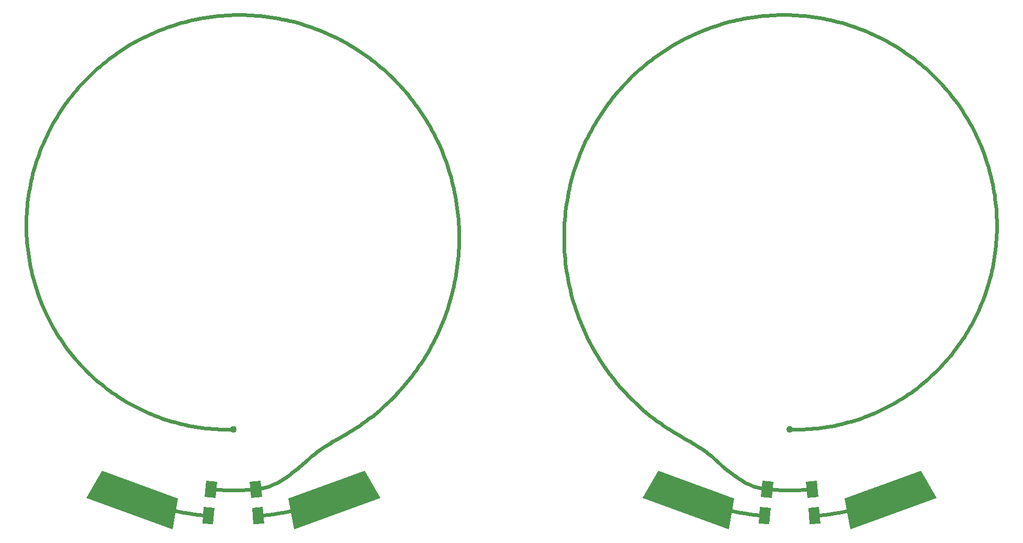
<source format=gtl>
G04 #@! TF.FileFunction,Copper,L1,Top,Signal*
%FSLAX46Y46*%
G04 Gerber Fmt 4.6, Leading zero omitted, Abs format (unit mm)*
G04 Created by KiCad (PCBNEW 4.0.2-1.fc23-product) date Sun 04 Sep 2016 23:35:13 BST*
%MOMM*%
G01*
G04 APERTURE LIST*
%ADD10C,0.150000*%
%ADD11C,1.100000*%
%ADD12C,0.600000*%
G04 APERTURE END LIST*
D10*
G36*
X126231895Y-133689785D02*
X128804920Y-138070372D01*
X114823595Y-143221348D01*
X113939589Y-138218495D01*
X126231895Y-133689785D01*
X126231895Y-133689785D01*
G37*
G36*
X96060411Y-138218495D02*
X95176405Y-143221348D01*
X81195080Y-138070372D01*
X83768105Y-133689785D01*
X96060411Y-138218495D01*
X96060411Y-138218495D01*
G37*
G36*
X110004537Y-142215516D02*
X108261196Y-142368038D01*
X108030233Y-139728122D01*
X109773574Y-139575600D01*
X110004537Y-142215516D01*
X110004537Y-142215516D01*
G37*
G36*
X109629767Y-137931878D02*
X107886426Y-138084400D01*
X107655463Y-135444484D01*
X109398804Y-135291962D01*
X109629767Y-137931878D01*
X109629767Y-137931878D01*
G37*
G36*
X100601196Y-135291962D02*
X102344537Y-135444484D01*
X102113574Y-138084400D01*
X100370233Y-137931878D01*
X100601196Y-135291962D01*
X100601196Y-135291962D01*
G37*
G36*
X100226426Y-139575600D02*
X101969767Y-139728122D01*
X101738804Y-142368038D01*
X99995463Y-142215516D01*
X100226426Y-139575600D01*
X100226426Y-139575600D01*
G37*
G36*
X216231895Y-133689785D02*
X218804920Y-138070372D01*
X204823595Y-143221348D01*
X203939589Y-138218495D01*
X216231895Y-133689785D01*
X216231895Y-133689785D01*
G37*
G36*
X186060411Y-138218495D02*
X185176405Y-143221348D01*
X171195080Y-138070372D01*
X173768105Y-133689785D01*
X186060411Y-138218495D01*
X186060411Y-138218495D01*
G37*
G36*
X200004537Y-142215516D02*
X198261196Y-142368038D01*
X198030233Y-139728122D01*
X199773574Y-139575600D01*
X200004537Y-142215516D01*
X200004537Y-142215516D01*
G37*
G36*
X199629767Y-137931878D02*
X197886426Y-138084400D01*
X197655463Y-135444484D01*
X199398804Y-135291962D01*
X199629767Y-137931878D01*
X199629767Y-137931878D01*
G37*
G36*
X190601196Y-135291962D02*
X192344537Y-135444484D01*
X192113574Y-138084400D01*
X190370233Y-137931878D01*
X190601196Y-135291962D01*
X190601196Y-135291962D01*
G37*
G36*
X190226426Y-139575600D02*
X191969767Y-139728122D01*
X191738804Y-142368038D01*
X189995463Y-142215516D01*
X190226426Y-139575600D01*
X190226426Y-139575600D01*
G37*
D11*
X105000000Y-127000000D03*
X195000000Y-127000000D03*
D12*
X105000000Y-127000000D02*
X104440000Y-127010000D01*
X104440000Y-127010000D02*
X103880000Y-127010000D01*
X103880000Y-127010000D02*
X103320000Y-127010000D01*
X103320000Y-127010000D02*
X102760000Y-126990000D01*
X102760000Y-126990000D02*
X102200000Y-126960000D01*
X102200000Y-126960000D02*
X101640000Y-126920000D01*
X101640000Y-126920000D02*
X101090000Y-126880000D01*
X101090000Y-126880000D02*
X100530000Y-126820000D01*
X100530000Y-126820000D02*
X99970000Y-126750000D01*
X99970000Y-126750000D02*
X99410000Y-126680000D01*
X99410000Y-126680000D02*
X98860000Y-126590000D01*
X98860000Y-126590000D02*
X98310000Y-126500000D01*
X98310000Y-126500000D02*
X97750000Y-126390000D01*
X97750000Y-126390000D02*
X97200000Y-126280000D01*
X97200000Y-126280000D02*
X96650000Y-126150000D01*
X96650000Y-126150000D02*
X96110000Y-126020000D01*
X96110000Y-126020000D02*
X95560000Y-125870000D01*
X95560000Y-125870000D02*
X95020000Y-125720000D01*
X95020000Y-125720000D02*
X94480000Y-125560000D01*
X94480000Y-125560000D02*
X93940000Y-125380000D01*
X93940000Y-125380000D02*
X93410000Y-125200000D01*
X93410000Y-125200000D02*
X92880000Y-125010000D01*
X92880000Y-125010000D02*
X92350000Y-124810000D01*
X92350000Y-124810000D02*
X91820000Y-124600000D01*
X91820000Y-124600000D02*
X91300000Y-124380000D01*
X91300000Y-124380000D02*
X90780000Y-124150000D01*
X90780000Y-124150000D02*
X90270000Y-123910000D01*
X90270000Y-123910000D02*
X89760000Y-123670000D01*
X89760000Y-123670000D02*
X89250000Y-123410000D01*
X89250000Y-123410000D02*
X88750000Y-123150000D01*
X88750000Y-123150000D02*
X88250000Y-122870000D01*
X88250000Y-122870000D02*
X87760000Y-122590000D01*
X87760000Y-122590000D02*
X87270000Y-122300000D01*
X87270000Y-122300000D02*
X86790000Y-122000000D01*
X86790000Y-122000000D02*
X86310000Y-121690000D01*
X86310000Y-121690000D02*
X85840000Y-121370000D01*
X85840000Y-121370000D02*
X85370000Y-121050000D01*
X85370000Y-121050000D02*
X84910000Y-120720000D01*
X84910000Y-120720000D02*
X84450000Y-120370000D01*
X84450000Y-120370000D02*
X84000000Y-120020000D01*
X84000000Y-120020000D02*
X83560000Y-119670000D01*
X83560000Y-119670000D02*
X83120000Y-119300000D01*
X83120000Y-119300000D02*
X82690000Y-118930000D01*
X82690000Y-118930000D02*
X82260000Y-118550000D01*
X82260000Y-118550000D02*
X81840000Y-118160000D01*
X81840000Y-118160000D02*
X81430000Y-117760000D01*
X81430000Y-117760000D02*
X81020000Y-117360000D01*
X81020000Y-117360000D02*
X80620000Y-116950000D01*
X80620000Y-116950000D02*
X80230000Y-116530000D01*
X80230000Y-116530000D02*
X79850000Y-116100000D01*
X79850000Y-116100000D02*
X79470000Y-115670000D01*
X79470000Y-115670000D02*
X79100000Y-115230000D01*
X79100000Y-115230000D02*
X78740000Y-114790000D01*
X78740000Y-114790000D02*
X78380000Y-114340000D01*
X78380000Y-114340000D02*
X78040000Y-113880000D01*
X78040000Y-113880000D02*
X77700000Y-113420000D01*
X77700000Y-113420000D02*
X77370000Y-112950000D01*
X77370000Y-112950000D02*
X77040000Y-112470000D01*
X77040000Y-112470000D02*
X76730000Y-111990000D01*
X76730000Y-111990000D02*
X76420000Y-111500000D01*
X76420000Y-111500000D02*
X76120000Y-111010000D01*
X76120000Y-111010000D02*
X75830000Y-110510000D01*
X75830000Y-110510000D02*
X75550000Y-110000000D01*
X75550000Y-110000000D02*
X75280000Y-109500000D01*
X75280000Y-109500000D02*
X75020000Y-108980000D01*
X75020000Y-108980000D02*
X74760000Y-108460000D01*
X74760000Y-108460000D02*
X74520000Y-107940000D01*
X74520000Y-107940000D02*
X74280000Y-107410000D01*
X74280000Y-107410000D02*
X74050000Y-106880000D01*
X74050000Y-106880000D02*
X73830000Y-106340000D01*
X73830000Y-106340000D02*
X73620000Y-105800000D01*
X73620000Y-105800000D02*
X73420000Y-105260000D01*
X73420000Y-105260000D02*
X73230000Y-104710000D01*
X73230000Y-104710000D02*
X73050000Y-104160000D01*
X73050000Y-104160000D02*
X72880000Y-103610000D01*
X72880000Y-103610000D02*
X72720000Y-103050000D01*
X72720000Y-103050000D02*
X72570000Y-102490000D01*
X72570000Y-102490000D02*
X72430000Y-101920000D01*
X72430000Y-101920000D02*
X72300000Y-101360000D01*
X72300000Y-101360000D02*
X72170000Y-100790000D01*
X72170000Y-100790000D02*
X72060000Y-100220000D01*
X72060000Y-100220000D02*
X71960000Y-99640000D01*
X71960000Y-99640000D02*
X71870000Y-99070000D01*
X71870000Y-99070000D02*
X71780000Y-98490000D01*
X71780000Y-98490000D02*
X71710000Y-97910000D01*
X71710000Y-97910000D02*
X71650000Y-97330000D01*
X71650000Y-97330000D02*
X71600000Y-96750000D01*
X71600000Y-96750000D02*
X71550000Y-96170000D01*
X71550000Y-96170000D02*
X71520000Y-95580000D01*
X71520000Y-95580000D02*
X71500000Y-95000000D01*
X71500000Y-95000000D02*
X71490000Y-94420000D01*
X71490000Y-94420000D02*
X71490000Y-93830000D01*
X71490000Y-93830000D02*
X71500000Y-93240000D01*
X71500000Y-93240000D02*
X71520000Y-92660000D01*
X71520000Y-92660000D02*
X71540000Y-92070000D01*
X71540000Y-92070000D02*
X71580000Y-91490000D01*
X71580000Y-91490000D02*
X71630000Y-90900000D01*
X71630000Y-90900000D02*
X71690000Y-90320000D01*
X71690000Y-90320000D02*
X71760000Y-89740000D01*
X71760000Y-89740000D02*
X71840000Y-89150000D01*
X71840000Y-89150000D02*
X71940000Y-88570000D01*
X71940000Y-88570000D02*
X72040000Y-87990000D01*
X72040000Y-87990000D02*
X72150000Y-87420000D01*
X72150000Y-87420000D02*
X72270000Y-86840000D01*
X72270000Y-86840000D02*
X72400000Y-86260000D01*
X72400000Y-86260000D02*
X72540000Y-85690000D01*
X72540000Y-85690000D02*
X72690000Y-85120000D01*
X72690000Y-85120000D02*
X72850000Y-84560000D01*
X72850000Y-84560000D02*
X73030000Y-83990000D01*
X73030000Y-83990000D02*
X73210000Y-83430000D01*
X73210000Y-83430000D02*
X73400000Y-82870000D01*
X73400000Y-82870000D02*
X73600000Y-82310000D01*
X73600000Y-82310000D02*
X73810000Y-81760000D01*
X73810000Y-81760000D02*
X74030000Y-81210000D01*
X74030000Y-81210000D02*
X74260000Y-80670000D01*
X74260000Y-80670000D02*
X74500000Y-80120000D01*
X74500000Y-80120000D02*
X74750000Y-79590000D01*
X74750000Y-79590000D02*
X75010000Y-79050000D01*
X75010000Y-79050000D02*
X75280000Y-78520000D01*
X75280000Y-78520000D02*
X75560000Y-78000000D01*
X75560000Y-78000000D02*
X75840000Y-77480000D01*
X75840000Y-77480000D02*
X76140000Y-76970000D01*
X76140000Y-76970000D02*
X76440000Y-76460000D01*
X76440000Y-76460000D02*
X76760000Y-75950000D01*
X76760000Y-75950000D02*
X77080000Y-75450000D01*
X77080000Y-75450000D02*
X77410000Y-74960000D01*
X77410000Y-74960000D02*
X77750000Y-74470000D01*
X77750000Y-74470000D02*
X78100000Y-73990000D01*
X78100000Y-73990000D02*
X78460000Y-73510000D01*
X78460000Y-73510000D02*
X78830000Y-73040000D01*
X78830000Y-73040000D02*
X79200000Y-72570000D01*
X79200000Y-72570000D02*
X79580000Y-72120000D01*
X79580000Y-72120000D02*
X79980000Y-71660000D01*
X79980000Y-71660000D02*
X80370000Y-71220000D01*
X80370000Y-71220000D02*
X80780000Y-70780000D01*
X80780000Y-70780000D02*
X81200000Y-70350000D01*
X81200000Y-70350000D02*
X81620000Y-69930000D01*
X81620000Y-69930000D02*
X82050000Y-69510000D01*
X82050000Y-69510000D02*
X82490000Y-69100000D01*
X82490000Y-69100000D02*
X82930000Y-68700000D01*
X82930000Y-68700000D02*
X83380000Y-68310000D01*
X83380000Y-68310000D02*
X83840000Y-67920000D01*
X83840000Y-67920000D02*
X84310000Y-67540000D01*
X84310000Y-67540000D02*
X84780000Y-67170000D01*
X84780000Y-67170000D02*
X85260000Y-66810000D01*
X85260000Y-66810000D02*
X85750000Y-66450000D01*
X85750000Y-66450000D02*
X86240000Y-66110000D01*
X86240000Y-66110000D02*
X86740000Y-65770000D01*
X86740000Y-65770000D02*
X87240000Y-65440000D01*
X87240000Y-65440000D02*
X87750000Y-65120000D01*
X87750000Y-65120000D02*
X88270000Y-64810000D01*
X88270000Y-64810000D02*
X88790000Y-64510000D01*
X88790000Y-64510000D02*
X89310000Y-64220000D01*
X89310000Y-64220000D02*
X89850000Y-63930000D01*
X89850000Y-63930000D02*
X90380000Y-63660000D01*
X90380000Y-63660000D02*
X90930000Y-63390000D01*
X90930000Y-63390000D02*
X91470000Y-63140000D01*
X91470000Y-63140000D02*
X92030000Y-62890000D01*
X92030000Y-62890000D02*
X92580000Y-62650000D01*
X92580000Y-62650000D02*
X93140000Y-62420000D01*
X93140000Y-62420000D02*
X93710000Y-62210000D01*
X93710000Y-62210000D02*
X94280000Y-62000000D01*
X94280000Y-62000000D02*
X94850000Y-61800000D01*
X94850000Y-61800000D02*
X95430000Y-61610000D01*
X95430000Y-61610000D02*
X96010000Y-61430000D01*
X96010000Y-61430000D02*
X96590000Y-61270000D01*
X96590000Y-61270000D02*
X97180000Y-61110000D01*
X97180000Y-61110000D02*
X97760000Y-60960000D01*
X97760000Y-60960000D02*
X98360000Y-60820000D01*
X98360000Y-60820000D02*
X98950000Y-60700000D01*
X98950000Y-60700000D02*
X99550000Y-60580000D01*
X99550000Y-60580000D02*
X100150000Y-60470000D01*
X100150000Y-60470000D02*
X100750000Y-60380000D01*
X100750000Y-60380000D02*
X101350000Y-60290000D01*
X101350000Y-60290000D02*
X101960000Y-60220000D01*
X101960000Y-60220000D02*
X102560000Y-60150000D01*
X102560000Y-60150000D02*
X103170000Y-60100000D01*
X103170000Y-60100000D02*
X103780000Y-60050000D01*
X103780000Y-60050000D02*
X104390000Y-60020000D01*
X104390000Y-60020000D02*
X105000000Y-60000000D01*
X105000000Y-60000000D02*
X105610000Y-59990000D01*
X105610000Y-59990000D02*
X106220000Y-59990000D01*
X106220000Y-59990000D02*
X106830000Y-60000000D01*
X106830000Y-60000000D02*
X107450000Y-60020000D01*
X107450000Y-60020000D02*
X108060000Y-60050000D01*
X108060000Y-60050000D02*
X108670000Y-60090000D01*
X108670000Y-60090000D02*
X109280000Y-60150000D01*
X109280000Y-60150000D02*
X109890000Y-60210000D01*
X109890000Y-60210000D02*
X110500000Y-60280000D01*
X110500000Y-60280000D02*
X111110000Y-60370000D01*
X111110000Y-60370000D02*
X111710000Y-60460000D01*
X111710000Y-60460000D02*
X112320000Y-60570000D01*
X112320000Y-60570000D02*
X112920000Y-60690000D01*
X112920000Y-60690000D02*
X113520000Y-60810000D01*
X113520000Y-60810000D02*
X114120000Y-60950000D01*
X114120000Y-60950000D02*
X114720000Y-61100000D01*
X114720000Y-61100000D02*
X115320000Y-61260000D01*
X115320000Y-61260000D02*
X115910000Y-61430000D01*
X115910000Y-61430000D02*
X116500000Y-61610000D01*
X116500000Y-61610000D02*
X117080000Y-61800000D01*
X117080000Y-61800000D02*
X117670000Y-62000000D01*
X117670000Y-62000000D02*
X118250000Y-62210000D01*
X118250000Y-62210000D02*
X118830000Y-62430000D01*
X118830000Y-62430000D02*
X119400000Y-62660000D01*
X119400000Y-62660000D02*
X119970000Y-62900000D01*
X119970000Y-62900000D02*
X120530000Y-63150000D01*
X120530000Y-63150000D02*
X121090000Y-63410000D01*
X121090000Y-63410000D02*
X121650000Y-63680000D01*
X121650000Y-63680000D02*
X122200000Y-63970000D01*
X122200000Y-63970000D02*
X122750000Y-64260000D01*
X122750000Y-64260000D02*
X123290000Y-64560000D01*
X123290000Y-64560000D02*
X123830000Y-64870000D01*
X123830000Y-64870000D02*
X124360000Y-65190000D01*
X124360000Y-65190000D02*
X124890000Y-65510000D01*
X124890000Y-65510000D02*
X125410000Y-65850000D01*
X125410000Y-65850000D02*
X125930000Y-66200000D01*
X125930000Y-66200000D02*
X126430000Y-66560000D01*
X126430000Y-66560000D02*
X126940000Y-66920000D01*
X126940000Y-66920000D02*
X127440000Y-67290000D01*
X127440000Y-67290000D02*
X127930000Y-67680000D01*
X127930000Y-67680000D02*
X128410000Y-68070000D01*
X128410000Y-68070000D02*
X128890000Y-68470000D01*
X128890000Y-68470000D02*
X129360000Y-68880000D01*
X129360000Y-68880000D02*
X129820000Y-69300000D01*
X129820000Y-69300000D02*
X130280000Y-69720000D01*
X130280000Y-69720000D02*
X130730000Y-70150000D01*
X130730000Y-70150000D02*
X131170000Y-70600000D01*
X131170000Y-70600000D02*
X131600000Y-71050000D01*
X131600000Y-71050000D02*
X132030000Y-71500000D01*
X132030000Y-71500000D02*
X132450000Y-71970000D01*
X132450000Y-71970000D02*
X132860000Y-72440000D01*
X132860000Y-72440000D02*
X133260000Y-72920000D01*
X133260000Y-72920000D02*
X133660000Y-73400000D01*
X133660000Y-73400000D02*
X134040000Y-73900000D01*
X134040000Y-73900000D02*
X134420000Y-74400000D01*
X134420000Y-74400000D02*
X134790000Y-74910000D01*
X134790000Y-74910000D02*
X135150000Y-75420000D01*
X135150000Y-75420000D02*
X135500000Y-75940000D01*
X135500000Y-75940000D02*
X135840000Y-76470000D01*
X135840000Y-76470000D02*
X136180000Y-77000000D01*
X136180000Y-77000000D02*
X136500000Y-77540000D01*
X136500000Y-77540000D02*
X136820000Y-78080000D01*
X136820000Y-78080000D02*
X137120000Y-78630000D01*
X137120000Y-78630000D02*
X137420000Y-79190000D01*
X137420000Y-79190000D02*
X137700000Y-79750000D01*
X137700000Y-79750000D02*
X137980000Y-80320000D01*
X137980000Y-80320000D02*
X138250000Y-80890000D01*
X138250000Y-80890000D02*
X138500000Y-81460000D01*
X138500000Y-81460000D02*
X138750000Y-82040000D01*
X138750000Y-82040000D02*
X138990000Y-82630000D01*
X138990000Y-82630000D02*
X139210000Y-83220000D01*
X139210000Y-83220000D02*
X139430000Y-83810000D01*
X139430000Y-83810000D02*
X139630000Y-84410000D01*
X139630000Y-84410000D02*
X139830000Y-85010000D01*
X139830000Y-85010000D02*
X140010000Y-85620000D01*
X140010000Y-85620000D02*
X140190000Y-86230000D01*
X140190000Y-86230000D02*
X140350000Y-86840000D01*
X140350000Y-86840000D02*
X140510000Y-87450000D01*
X140510000Y-87450000D02*
X140650000Y-88070000D01*
X140650000Y-88070000D02*
X140780000Y-88690000D01*
X140780000Y-88690000D02*
X140900000Y-89310000D01*
X140900000Y-89310000D02*
X141010000Y-89940000D01*
X141010000Y-89940000D02*
X141110000Y-90570000D01*
X141110000Y-90570000D02*
X141200000Y-91200000D01*
X141200000Y-91200000D02*
X141280000Y-91830000D01*
X141280000Y-91830000D02*
X141340000Y-92460000D01*
X141340000Y-92460000D02*
X141400000Y-93090000D01*
X141400000Y-93090000D02*
X141440000Y-93730000D01*
X141440000Y-93730000D02*
X141480000Y-94360000D01*
X141480000Y-94360000D02*
X141500000Y-95000000D01*
X141500000Y-95000000D02*
X141510000Y-95640000D01*
X141510000Y-95640000D02*
X141510000Y-96270000D01*
X141510000Y-96270000D02*
X141500000Y-96910000D01*
X141500000Y-96910000D02*
X141480000Y-97550000D01*
X141480000Y-97550000D02*
X141440000Y-98190000D01*
X141440000Y-98190000D02*
X141400000Y-98830000D01*
X141400000Y-98830000D02*
X141340000Y-99460000D01*
X141340000Y-99460000D02*
X141280000Y-100100000D01*
X141280000Y-100100000D02*
X141200000Y-100730000D01*
X141200000Y-100730000D02*
X141110000Y-101370000D01*
X141110000Y-101370000D02*
X141010000Y-102000000D01*
X141010000Y-102000000D02*
X140900000Y-102630000D01*
X140900000Y-102630000D02*
X140780000Y-103260000D01*
X140780000Y-103260000D02*
X140640000Y-103890000D01*
X140640000Y-103890000D02*
X140500000Y-104510000D01*
X140500000Y-104510000D02*
X140340000Y-105130000D01*
X140340000Y-105130000D02*
X140180000Y-105750000D01*
X140180000Y-105750000D02*
X140000000Y-106370000D01*
X140000000Y-106370000D02*
X139810000Y-106990000D01*
X139810000Y-106990000D02*
X139610000Y-107600000D01*
X139610000Y-107600000D02*
X139400000Y-108210000D01*
X139400000Y-108210000D02*
X139180000Y-108810000D01*
X139180000Y-108810000D02*
X138950000Y-109410000D01*
X138950000Y-109410000D02*
X138710000Y-110010000D01*
X138710000Y-110010000D02*
X138460000Y-110600000D01*
X138460000Y-110600000D02*
X138200000Y-111190000D01*
X138200000Y-111190000D02*
X137920000Y-111770000D01*
X137920000Y-111770000D02*
X137640000Y-112350000D01*
X137640000Y-112350000D02*
X137350000Y-112930000D01*
X137350000Y-112930000D02*
X137040000Y-113500000D01*
X137040000Y-113500000D02*
X136730000Y-114060000D01*
X136730000Y-114060000D02*
X136410000Y-114620000D01*
X136410000Y-114620000D02*
X136070000Y-115180000D01*
X136070000Y-115180000D02*
X135730000Y-115730000D01*
X135730000Y-115730000D02*
X135380000Y-116270000D01*
X135380000Y-116270000D02*
X135010000Y-116810000D01*
X135010000Y-116810000D02*
X134640000Y-117340000D01*
X134640000Y-117340000D02*
X134260000Y-117860000D01*
X134260000Y-117860000D02*
X133870000Y-118380000D01*
X133870000Y-118380000D02*
X133470000Y-118890000D01*
X133470000Y-118890000D02*
X133060000Y-119390000D01*
X133060000Y-119390000D02*
X132640000Y-119890000D01*
X132640000Y-119890000D02*
X132220000Y-120380000D01*
X132220000Y-120380000D02*
X131780000Y-120860000D01*
X131780000Y-120860000D02*
X131340000Y-121340000D01*
X131340000Y-121340000D02*
X130890000Y-121810000D01*
X130890000Y-121810000D02*
X130430000Y-122270000D01*
X130430000Y-122270000D02*
X129960000Y-122720000D01*
X129960000Y-122720000D02*
X129480000Y-123160000D01*
X129480000Y-123160000D02*
X129000000Y-123600000D01*
X129000000Y-123600000D02*
X128510000Y-124030000D01*
X128510000Y-124030000D02*
X128010000Y-124450000D01*
X128010000Y-124450000D02*
X127500000Y-124860000D01*
X127500000Y-124860000D02*
X126980000Y-125260000D01*
X126980000Y-125260000D02*
X126460000Y-125650000D01*
X126460000Y-125650000D02*
X125930000Y-126030000D01*
X125930000Y-126030000D02*
X125400000Y-126410000D01*
X125400000Y-126410000D02*
X124850000Y-126770000D01*
X124850000Y-126770000D02*
X124310000Y-127130000D01*
X124310000Y-127130000D02*
X123750000Y-127480000D01*
X123750000Y-127480000D02*
X123190000Y-127810000D01*
X123190000Y-127810000D02*
X122620000Y-128140000D01*
X122620000Y-128140000D02*
X122050000Y-128460000D01*
X122050000Y-128460000D02*
X121470000Y-128760000D01*
X121470000Y-128760000D02*
X120880000Y-129060000D01*
X120930000Y-129160000D02*
X120340000Y-129450000D01*
X120340000Y-129450000D02*
X119770000Y-129790000D01*
X119770000Y-129790000D02*
X119200000Y-130150000D01*
X119200000Y-130150000D02*
X118650000Y-130560000D01*
X118650000Y-130560000D02*
X118100000Y-130990000D01*
X118100000Y-130990000D02*
X117550000Y-131450000D01*
X117550000Y-131450000D02*
X117000000Y-131920000D01*
X117000000Y-131920000D02*
X116440000Y-132420000D01*
X116440000Y-132420000D02*
X115870000Y-132920000D01*
X115870000Y-132920000D02*
X115290000Y-133410000D01*
X115290000Y-133410000D02*
X114700000Y-133900000D01*
X114700000Y-133900000D02*
X114090000Y-134380000D01*
X114090000Y-134380000D02*
X113460000Y-134820000D01*
X113460000Y-134820000D02*
X112820000Y-135240000D01*
X112820000Y-135240000D02*
X112160000Y-135610000D01*
X112160000Y-135610000D02*
X111480000Y-135940000D01*
X111480000Y-135940000D02*
X110790000Y-136220000D01*
X110790000Y-136220000D02*
X110090000Y-136440000D01*
X110090000Y-136440000D02*
X109370000Y-136600000D01*
X109370000Y-136600000D02*
X108650000Y-136690000D01*
X108650000Y-136690000D02*
X107920000Y-136750000D01*
X107920000Y-136750000D02*
X107190000Y-136790000D01*
X107190000Y-136790000D02*
X106460000Y-136820000D01*
X106460000Y-136820000D02*
X105730000Y-136840000D01*
X105730000Y-136840000D02*
X105000000Y-136850000D01*
X105000000Y-136850000D02*
X104270000Y-136840000D01*
X104270000Y-136840000D02*
X103540000Y-136820000D01*
X103540000Y-136820000D02*
X102810000Y-136790000D01*
X100980000Y-140970000D02*
X100180000Y-140900000D01*
X100180000Y-140900000D02*
X99380000Y-140810000D01*
X99380000Y-140810000D02*
X98580000Y-140700000D01*
X98580000Y-140700000D02*
X97780000Y-140580000D01*
X97780000Y-140580000D02*
X96990000Y-140450000D01*
X96990000Y-140450000D02*
X96190000Y-140300000D01*
X195000000Y-127000000D02*
X195560000Y-127010000D01*
X195560000Y-127010000D02*
X196120000Y-127010000D01*
X196120000Y-127010000D02*
X196680000Y-127010000D01*
X196680000Y-127010000D02*
X197240000Y-126990000D01*
X197240000Y-126990000D02*
X197800000Y-126960000D01*
X197800000Y-126960000D02*
X198360000Y-126920000D01*
X198360000Y-126920000D02*
X198910000Y-126880000D01*
X198910000Y-126880000D02*
X199470000Y-126820000D01*
X199470000Y-126820000D02*
X200030000Y-126750000D01*
X200030000Y-126750000D02*
X200590000Y-126680000D01*
X200590000Y-126680000D02*
X201140000Y-126590000D01*
X201140000Y-126590000D02*
X201690000Y-126500000D01*
X201690000Y-126500000D02*
X202250000Y-126390000D01*
X202250000Y-126390000D02*
X202800000Y-126280000D01*
X202800000Y-126280000D02*
X203350000Y-126150000D01*
X203350000Y-126150000D02*
X203890000Y-126020000D01*
X203890000Y-126020000D02*
X204440000Y-125870000D01*
X204440000Y-125870000D02*
X204980000Y-125720000D01*
X204980000Y-125720000D02*
X205520000Y-125560000D01*
X205520000Y-125560000D02*
X206060000Y-125380000D01*
X206060000Y-125380000D02*
X206590000Y-125200000D01*
X206590000Y-125200000D02*
X207120000Y-125010000D01*
X207120000Y-125010000D02*
X207650000Y-124810000D01*
X207650000Y-124810000D02*
X208180000Y-124600000D01*
X208180000Y-124600000D02*
X208700000Y-124380000D01*
X208700000Y-124380000D02*
X209220000Y-124150000D01*
X209220000Y-124150000D02*
X209730000Y-123910000D01*
X209730000Y-123910000D02*
X210240000Y-123670000D01*
X210240000Y-123670000D02*
X210750000Y-123410000D01*
X210750000Y-123410000D02*
X211250000Y-123150000D01*
X211250000Y-123150000D02*
X211750000Y-122870000D01*
X211750000Y-122870000D02*
X212240000Y-122590000D01*
X212240000Y-122590000D02*
X212730000Y-122300000D01*
X212730000Y-122300000D02*
X213210000Y-122000000D01*
X213210000Y-122000000D02*
X213690000Y-121690000D01*
X213690000Y-121690000D02*
X214160000Y-121370000D01*
X214160000Y-121370000D02*
X214630000Y-121050000D01*
X214630000Y-121050000D02*
X215090000Y-120720000D01*
X215090000Y-120720000D02*
X215550000Y-120370000D01*
X215550000Y-120370000D02*
X216000000Y-120020000D01*
X216000000Y-120020000D02*
X216440000Y-119670000D01*
X216440000Y-119670000D02*
X216880000Y-119300000D01*
X216880000Y-119300000D02*
X217310000Y-118930000D01*
X217310000Y-118930000D02*
X217740000Y-118550000D01*
X217740000Y-118550000D02*
X218160000Y-118160000D01*
X218160000Y-118160000D02*
X218570000Y-117760000D01*
X218570000Y-117760000D02*
X218980000Y-117360000D01*
X218980000Y-117360000D02*
X219380000Y-116950000D01*
X219380000Y-116950000D02*
X219770000Y-116530000D01*
X219770000Y-116530000D02*
X220150000Y-116100000D01*
X220150000Y-116100000D02*
X220530000Y-115670000D01*
X220530000Y-115670000D02*
X220900000Y-115230000D01*
X220900000Y-115230000D02*
X221260000Y-114790000D01*
X221260000Y-114790000D02*
X221620000Y-114340000D01*
X221620000Y-114340000D02*
X221960000Y-113880000D01*
X221960000Y-113880000D02*
X222300000Y-113420000D01*
X222300000Y-113420000D02*
X222630000Y-112950000D01*
X222630000Y-112950000D02*
X222960000Y-112470000D01*
X222960000Y-112470000D02*
X223270000Y-111990000D01*
X223270000Y-111990000D02*
X223580000Y-111500000D01*
X223580000Y-111500000D02*
X223880000Y-111010000D01*
X223880000Y-111010000D02*
X224170000Y-110510000D01*
X224170000Y-110510000D02*
X224450000Y-110000000D01*
X224450000Y-110000000D02*
X224720000Y-109500000D01*
X224720000Y-109500000D02*
X224980000Y-108980000D01*
X224980000Y-108980000D02*
X225240000Y-108460000D01*
X225240000Y-108460000D02*
X225480000Y-107940000D01*
X225480000Y-107940000D02*
X225720000Y-107410000D01*
X225720000Y-107410000D02*
X225950000Y-106880000D01*
X225950000Y-106880000D02*
X226170000Y-106340000D01*
X226170000Y-106340000D02*
X226380000Y-105800000D01*
X226380000Y-105800000D02*
X226580000Y-105260000D01*
X226580000Y-105260000D02*
X226770000Y-104710000D01*
X226770000Y-104710000D02*
X226950000Y-104160000D01*
X226950000Y-104160000D02*
X227120000Y-103610000D01*
X227120000Y-103610000D02*
X227280000Y-103050000D01*
X227280000Y-103050000D02*
X227430000Y-102490000D01*
X227430000Y-102490000D02*
X227570000Y-101920000D01*
X227570000Y-101920000D02*
X227700000Y-101360000D01*
X227700000Y-101360000D02*
X227830000Y-100790000D01*
X227830000Y-100790000D02*
X227940000Y-100220000D01*
X227940000Y-100220000D02*
X228040000Y-99640000D01*
X228040000Y-99640000D02*
X228130000Y-99070000D01*
X228130000Y-99070000D02*
X228220000Y-98490000D01*
X228220000Y-98490000D02*
X228290000Y-97910000D01*
X228290000Y-97910000D02*
X228350000Y-97330000D01*
X228350000Y-97330000D02*
X228400000Y-96750000D01*
X228400000Y-96750000D02*
X228450000Y-96170000D01*
X228450000Y-96170000D02*
X228480000Y-95580000D01*
X228480000Y-95580000D02*
X228500000Y-95000000D01*
X228500000Y-95000000D02*
X228510000Y-94420000D01*
X228510000Y-94420000D02*
X228510000Y-93830000D01*
X228510000Y-93830000D02*
X228500000Y-93240000D01*
X228500000Y-93240000D02*
X228480000Y-92660000D01*
X228480000Y-92660000D02*
X228460000Y-92070000D01*
X228460000Y-92070000D02*
X228420000Y-91490000D01*
X228420000Y-91490000D02*
X228370000Y-90900000D01*
X228370000Y-90900000D02*
X228310000Y-90320000D01*
X228310000Y-90320000D02*
X228240000Y-89740000D01*
X228240000Y-89740000D02*
X228160000Y-89150000D01*
X228160000Y-89150000D02*
X228060000Y-88570000D01*
X228060000Y-88570000D02*
X227960000Y-87990000D01*
X227960000Y-87990000D02*
X227850000Y-87420000D01*
X227850000Y-87420000D02*
X227730000Y-86840000D01*
X227730000Y-86840000D02*
X227600000Y-86260000D01*
X227600000Y-86260000D02*
X227460000Y-85690000D01*
X227460000Y-85690000D02*
X227310000Y-85120000D01*
X227310000Y-85120000D02*
X227150000Y-84560000D01*
X227150000Y-84560000D02*
X226970000Y-83990000D01*
X226970000Y-83990000D02*
X226790000Y-83430000D01*
X226790000Y-83430000D02*
X226600000Y-82870000D01*
X226600000Y-82870000D02*
X226400000Y-82310000D01*
X226400000Y-82310000D02*
X226190000Y-81760000D01*
X226190000Y-81760000D02*
X225970000Y-81210000D01*
X225970000Y-81210000D02*
X225740000Y-80670000D01*
X225740000Y-80670000D02*
X225500000Y-80120000D01*
X225500000Y-80120000D02*
X225250000Y-79590000D01*
X225250000Y-79590000D02*
X224990000Y-79050000D01*
X224990000Y-79050000D02*
X224720000Y-78520000D01*
X224720000Y-78520000D02*
X224440000Y-78000000D01*
X224440000Y-78000000D02*
X224160000Y-77480000D01*
X224160000Y-77480000D02*
X223860000Y-76970000D01*
X223860000Y-76970000D02*
X223560000Y-76460000D01*
X223560000Y-76460000D02*
X223240000Y-75950000D01*
X223240000Y-75950000D02*
X222920000Y-75450000D01*
X222920000Y-75450000D02*
X222590000Y-74960000D01*
X222590000Y-74960000D02*
X222250000Y-74470000D01*
X222250000Y-74470000D02*
X221900000Y-73990000D01*
X221900000Y-73990000D02*
X221540000Y-73510000D01*
X221540000Y-73510000D02*
X221170000Y-73040000D01*
X221170000Y-73040000D02*
X220800000Y-72570000D01*
X220800000Y-72570000D02*
X220420000Y-72120000D01*
X220420000Y-72120000D02*
X220020000Y-71660000D01*
X220020000Y-71660000D02*
X219630000Y-71220000D01*
X219630000Y-71220000D02*
X219220000Y-70780000D01*
X219220000Y-70780000D02*
X218800000Y-70350000D01*
X218800000Y-70350000D02*
X218380000Y-69930000D01*
X218380000Y-69930000D02*
X217950000Y-69510000D01*
X217950000Y-69510000D02*
X217510000Y-69100000D01*
X217510000Y-69100000D02*
X217070000Y-68700000D01*
X217070000Y-68700000D02*
X216620000Y-68310000D01*
X216620000Y-68310000D02*
X216160000Y-67920000D01*
X216160000Y-67920000D02*
X215690000Y-67540000D01*
X215690000Y-67540000D02*
X215220000Y-67170000D01*
X215220000Y-67170000D02*
X214740000Y-66810000D01*
X214740000Y-66810000D02*
X214250000Y-66450000D01*
X214250000Y-66450000D02*
X213760000Y-66110000D01*
X213760000Y-66110000D02*
X213260000Y-65770000D01*
X213260000Y-65770000D02*
X212760000Y-65440000D01*
X212760000Y-65440000D02*
X212250000Y-65120000D01*
X212250000Y-65120000D02*
X211730000Y-64810000D01*
X211730000Y-64810000D02*
X211210000Y-64510000D01*
X211210000Y-64510000D02*
X210690000Y-64220000D01*
X210690000Y-64220000D02*
X210150000Y-63930000D01*
X210150000Y-63930000D02*
X209620000Y-63660000D01*
X209620000Y-63660000D02*
X209070000Y-63390000D01*
X209070000Y-63390000D02*
X208530000Y-63140000D01*
X208530000Y-63140000D02*
X207970000Y-62890000D01*
X207970000Y-62890000D02*
X207420000Y-62650000D01*
X207420000Y-62650000D02*
X206860000Y-62420000D01*
X206860000Y-62420000D02*
X206290000Y-62210000D01*
X206290000Y-62210000D02*
X205720000Y-62000000D01*
X205720000Y-62000000D02*
X205150000Y-61800000D01*
X205150000Y-61800000D02*
X204570000Y-61610000D01*
X204570000Y-61610000D02*
X203990000Y-61430000D01*
X203990000Y-61430000D02*
X203410000Y-61270000D01*
X203410000Y-61270000D02*
X202820000Y-61110000D01*
X202820000Y-61110000D02*
X202240000Y-60960000D01*
X202240000Y-60960000D02*
X201640000Y-60820000D01*
X201640000Y-60820000D02*
X201050000Y-60700000D01*
X201050000Y-60700000D02*
X200450000Y-60580000D01*
X200450000Y-60580000D02*
X199850000Y-60470000D01*
X199850000Y-60470000D02*
X199250000Y-60380000D01*
X199250000Y-60380000D02*
X198650000Y-60290000D01*
X198650000Y-60290000D02*
X198040000Y-60220000D01*
X198040000Y-60220000D02*
X197440000Y-60150000D01*
X197440000Y-60150000D02*
X196830000Y-60100000D01*
X196830000Y-60100000D02*
X196220000Y-60050000D01*
X196220000Y-60050000D02*
X195610000Y-60020000D01*
X195610000Y-60020000D02*
X195000000Y-60000000D01*
X195000000Y-60000000D02*
X194390000Y-59990000D01*
X194390000Y-59990000D02*
X193780000Y-59990000D01*
X193780000Y-59990000D02*
X193170000Y-60000000D01*
X193170000Y-60000000D02*
X192550000Y-60020000D01*
X192550000Y-60020000D02*
X191940000Y-60050000D01*
X191940000Y-60050000D02*
X191330000Y-60090000D01*
X191330000Y-60090000D02*
X190720000Y-60150000D01*
X190720000Y-60150000D02*
X190110000Y-60210000D01*
X190110000Y-60210000D02*
X189500000Y-60280000D01*
X189500000Y-60280000D02*
X188890000Y-60370000D01*
X188890000Y-60370000D02*
X188290000Y-60460000D01*
X188290000Y-60460000D02*
X187680000Y-60570000D01*
X187680000Y-60570000D02*
X187080000Y-60690000D01*
X187080000Y-60690000D02*
X186480000Y-60810000D01*
X186480000Y-60810000D02*
X185880000Y-60950000D01*
X185880000Y-60950000D02*
X185280000Y-61100000D01*
X185280000Y-61100000D02*
X184680000Y-61260000D01*
X184680000Y-61260000D02*
X184090000Y-61430000D01*
X184090000Y-61430000D02*
X183500000Y-61610000D01*
X183500000Y-61610000D02*
X182920000Y-61800000D01*
X182920000Y-61800000D02*
X182330000Y-62000000D01*
X182330000Y-62000000D02*
X181750000Y-62210000D01*
X181750000Y-62210000D02*
X181170000Y-62430000D01*
X181170000Y-62430000D02*
X180600000Y-62660000D01*
X180600000Y-62660000D02*
X180030000Y-62900000D01*
X180030000Y-62900000D02*
X179470000Y-63150000D01*
X179470000Y-63150000D02*
X178910000Y-63410000D01*
X178910000Y-63410000D02*
X178350000Y-63680000D01*
X178350000Y-63680000D02*
X177800000Y-63970000D01*
X177800000Y-63970000D02*
X177250000Y-64260000D01*
X177250000Y-64260000D02*
X176710000Y-64560000D01*
X176710000Y-64560000D02*
X176170000Y-64870000D01*
X176170000Y-64870000D02*
X175640000Y-65190000D01*
X175640000Y-65190000D02*
X175110000Y-65510000D01*
X175110000Y-65510000D02*
X174590000Y-65850000D01*
X174590000Y-65850000D02*
X174070000Y-66200000D01*
X174070000Y-66200000D02*
X173570000Y-66560000D01*
X173570000Y-66560000D02*
X173060000Y-66920000D01*
X173060000Y-66920000D02*
X172560000Y-67290000D01*
X172560000Y-67290000D02*
X172070000Y-67680000D01*
X172070000Y-67680000D02*
X171590000Y-68070000D01*
X171590000Y-68070000D02*
X171110000Y-68470000D01*
X171110000Y-68470000D02*
X170640000Y-68880000D01*
X170640000Y-68880000D02*
X170180000Y-69300000D01*
X170180000Y-69300000D02*
X169720000Y-69720000D01*
X169720000Y-69720000D02*
X169270000Y-70150000D01*
X169270000Y-70150000D02*
X168830000Y-70600000D01*
X168830000Y-70600000D02*
X168400000Y-71050000D01*
X168400000Y-71050000D02*
X167970000Y-71500000D01*
X167970000Y-71500000D02*
X167550000Y-71970000D01*
X167550000Y-71970000D02*
X167140000Y-72440000D01*
X167140000Y-72440000D02*
X166740000Y-72920000D01*
X166740000Y-72920000D02*
X166340000Y-73400000D01*
X166340000Y-73400000D02*
X165960000Y-73900000D01*
X165960000Y-73900000D02*
X165580000Y-74400000D01*
X165580000Y-74400000D02*
X165210000Y-74910000D01*
X165210000Y-74910000D02*
X164850000Y-75420000D01*
X164850000Y-75420000D02*
X164500000Y-75940000D01*
X164500000Y-75940000D02*
X164160000Y-76470000D01*
X164160000Y-76470000D02*
X163820000Y-77000000D01*
X163820000Y-77000000D02*
X163500000Y-77540000D01*
X163500000Y-77540000D02*
X163180000Y-78080000D01*
X163180000Y-78080000D02*
X162880000Y-78630000D01*
X162880000Y-78630000D02*
X162580000Y-79190000D01*
X162580000Y-79190000D02*
X162300000Y-79750000D01*
X162300000Y-79750000D02*
X162020000Y-80320000D01*
X162020000Y-80320000D02*
X161750000Y-80890000D01*
X161750000Y-80890000D02*
X161500000Y-81460000D01*
X161500000Y-81460000D02*
X161250000Y-82040000D01*
X161250000Y-82040000D02*
X161010000Y-82630000D01*
X161010000Y-82630000D02*
X160790000Y-83220000D01*
X160790000Y-83220000D02*
X160570000Y-83810000D01*
X160570000Y-83810000D02*
X160370000Y-84410000D01*
X160370000Y-84410000D02*
X160170000Y-85010000D01*
X160170000Y-85010000D02*
X159990000Y-85620000D01*
X159990000Y-85620000D02*
X159810000Y-86230000D01*
X159810000Y-86230000D02*
X159650000Y-86840000D01*
X159650000Y-86840000D02*
X159490000Y-87450000D01*
X159490000Y-87450000D02*
X159350000Y-88070000D01*
X159350000Y-88070000D02*
X159220000Y-88690000D01*
X159220000Y-88690000D02*
X159100000Y-89310000D01*
X159100000Y-89310000D02*
X158990000Y-89940000D01*
X158990000Y-89940000D02*
X158890000Y-90570000D01*
X158890000Y-90570000D02*
X158800000Y-91200000D01*
X158800000Y-91200000D02*
X158720000Y-91830000D01*
X158720000Y-91830000D02*
X158660000Y-92460000D01*
X158660000Y-92460000D02*
X158600000Y-93090000D01*
X158600000Y-93090000D02*
X158560000Y-93730000D01*
X158560000Y-93730000D02*
X158520000Y-94360000D01*
X158520000Y-94360000D02*
X158500000Y-95000000D01*
X158500000Y-95000000D02*
X158490000Y-95640000D01*
X158490000Y-95640000D02*
X158490000Y-96270000D01*
X158490000Y-96270000D02*
X158500000Y-96910000D01*
X158500000Y-96910000D02*
X158520000Y-97550000D01*
X158520000Y-97550000D02*
X158560000Y-98190000D01*
X158560000Y-98190000D02*
X158600000Y-98830000D01*
X158600000Y-98830000D02*
X158660000Y-99460000D01*
X158660000Y-99460000D02*
X158720000Y-100100000D01*
X158720000Y-100100000D02*
X158800000Y-100730000D01*
X158800000Y-100730000D02*
X158890000Y-101370000D01*
X158890000Y-101370000D02*
X158990000Y-102000000D01*
X158990000Y-102000000D02*
X159100000Y-102630000D01*
X159100000Y-102630000D02*
X159220000Y-103260000D01*
X159220000Y-103260000D02*
X159360000Y-103890000D01*
X159360000Y-103890000D02*
X159500000Y-104510000D01*
X159500000Y-104510000D02*
X159660000Y-105130000D01*
X159660000Y-105130000D02*
X159820000Y-105750000D01*
X159820000Y-105750000D02*
X160000000Y-106370000D01*
X160000000Y-106370000D02*
X160190000Y-106990000D01*
X160190000Y-106990000D02*
X160390000Y-107600000D01*
X160390000Y-107600000D02*
X160600000Y-108210000D01*
X160600000Y-108210000D02*
X160820000Y-108810000D01*
X160820000Y-108810000D02*
X161050000Y-109410000D01*
X161050000Y-109410000D02*
X161290000Y-110010000D01*
X161290000Y-110010000D02*
X161540000Y-110600000D01*
X161540000Y-110600000D02*
X161800000Y-111190000D01*
X161800000Y-111190000D02*
X162080000Y-111770000D01*
X162080000Y-111770000D02*
X162360000Y-112350000D01*
X162360000Y-112350000D02*
X162650000Y-112930000D01*
X162650000Y-112930000D02*
X162960000Y-113500000D01*
X162960000Y-113500000D02*
X163270000Y-114060000D01*
X163270000Y-114060000D02*
X163590000Y-114620000D01*
X163590000Y-114620000D02*
X163930000Y-115180000D01*
X163930000Y-115180000D02*
X164270000Y-115730000D01*
X164270000Y-115730000D02*
X164620000Y-116270000D01*
X164620000Y-116270000D02*
X164990000Y-116810000D01*
X164990000Y-116810000D02*
X165360000Y-117340000D01*
X165360000Y-117340000D02*
X165740000Y-117860000D01*
X165740000Y-117860000D02*
X166130000Y-118380000D01*
X166130000Y-118380000D02*
X166530000Y-118890000D01*
X166530000Y-118890000D02*
X166940000Y-119390000D01*
X166940000Y-119390000D02*
X167360000Y-119890000D01*
X167360000Y-119890000D02*
X167780000Y-120380000D01*
X167780000Y-120380000D02*
X168220000Y-120860000D01*
X168220000Y-120860000D02*
X168660000Y-121340000D01*
X168660000Y-121340000D02*
X169110000Y-121810000D01*
X169110000Y-121810000D02*
X169570000Y-122270000D01*
X169570000Y-122270000D02*
X170040000Y-122720000D01*
X170040000Y-122720000D02*
X170520000Y-123160000D01*
X170520000Y-123160000D02*
X171000000Y-123600000D01*
X171000000Y-123600000D02*
X171490000Y-124030000D01*
X171490000Y-124030000D02*
X171990000Y-124450000D01*
X171990000Y-124450000D02*
X172500000Y-124860000D01*
X172500000Y-124860000D02*
X173020000Y-125260000D01*
X173020000Y-125260000D02*
X173540000Y-125650000D01*
X173540000Y-125650000D02*
X174070000Y-126030000D01*
X174070000Y-126030000D02*
X174600000Y-126410000D01*
X174600000Y-126410000D02*
X175150000Y-126770000D01*
X175150000Y-126770000D02*
X175690000Y-127130000D01*
X175690000Y-127130000D02*
X176250000Y-127480000D01*
X176250000Y-127480000D02*
X176810000Y-127810000D01*
X176810000Y-127810000D02*
X177380000Y-128140000D01*
X177380000Y-128140000D02*
X177950000Y-128460000D01*
X177950000Y-128460000D02*
X178530000Y-128760000D01*
X178530000Y-128760000D02*
X179120000Y-129060000D01*
X179070000Y-129160000D02*
X179660000Y-129450000D01*
X179660000Y-129450000D02*
X180230000Y-129790000D01*
X180230000Y-129790000D02*
X180800000Y-130150000D01*
X180800000Y-130150000D02*
X181350000Y-130560000D01*
X181350000Y-130560000D02*
X181900000Y-130990000D01*
X181900000Y-130990000D02*
X182450000Y-131450000D01*
X182450000Y-131450000D02*
X183000000Y-131920000D01*
X183000000Y-131920000D02*
X183560000Y-132420000D01*
X183560000Y-132420000D02*
X184130000Y-132920000D01*
X184130000Y-132920000D02*
X184710000Y-133410000D01*
X184710000Y-133410000D02*
X185300000Y-133900000D01*
X185300000Y-133900000D02*
X185910000Y-134380000D01*
X185910000Y-134380000D02*
X186540000Y-134820000D01*
X186540000Y-134820000D02*
X187180000Y-135240000D01*
X198650000Y-136690000D02*
X197920000Y-136750000D01*
X197920000Y-136750000D02*
X197190000Y-136790000D01*
X197190000Y-136790000D02*
X196460000Y-136820000D01*
X196460000Y-136820000D02*
X195730000Y-136840000D01*
X195730000Y-136840000D02*
X195000000Y-136850000D01*
X195000000Y-136850000D02*
X194270000Y-136840000D01*
X194270000Y-136840000D02*
X193540000Y-136820000D01*
X193540000Y-136820000D02*
X192810000Y-136790000D01*
X190980000Y-140970000D02*
X190180000Y-140900000D01*
X190180000Y-140900000D02*
X189380000Y-140810000D01*
X189380000Y-140810000D02*
X188580000Y-140700000D01*
X188580000Y-140700000D02*
X187780000Y-140580000D01*
X187780000Y-140580000D02*
X186990000Y-140450000D01*
X186990000Y-140450000D02*
X186190000Y-140300000D01*
X120780000Y-138370000D02*
X120020000Y-138640000D01*
X120020000Y-138640000D02*
X119260000Y-138890000D01*
X119260000Y-138890000D02*
X118490000Y-139130000D01*
X118490000Y-139130000D02*
X117720000Y-139360000D01*
X117720000Y-139360000D02*
X116940000Y-139580000D01*
X116940000Y-139580000D02*
X116160000Y-139780000D01*
X116160000Y-139780000D02*
X115380000Y-139970000D01*
X115380000Y-139970000D02*
X114600000Y-140140000D01*
X114600000Y-140140000D02*
X113810000Y-140300000D01*
X113810000Y-140300000D02*
X113010000Y-140450000D01*
X113010000Y-140450000D02*
X112220000Y-140580000D01*
X112220000Y-140580000D02*
X111420000Y-140700000D01*
X111420000Y-140700000D02*
X110620000Y-140810000D01*
X120950000Y-138300000D02*
X120780000Y-138370000D01*
X96190000Y-140300000D02*
X95400000Y-140140000D01*
X95400000Y-140140000D02*
X94620000Y-139970000D01*
X94620000Y-139970000D02*
X93840000Y-139780000D01*
X93840000Y-139780000D02*
X93060000Y-139580000D01*
X93060000Y-139580000D02*
X92280000Y-139360000D01*
X92280000Y-139360000D02*
X91510000Y-139130000D01*
X91510000Y-139130000D02*
X90740000Y-138890000D01*
X90740000Y-138890000D02*
X89980000Y-138640000D01*
X89980000Y-138640000D02*
X89220000Y-138370000D01*
X89050000Y-138300000D02*
X89220000Y-138370000D01*
X210780000Y-138370000D02*
X210020000Y-138640000D01*
X210020000Y-138640000D02*
X209260000Y-138890000D01*
X209260000Y-138890000D02*
X208490000Y-139130000D01*
X208490000Y-139130000D02*
X207720000Y-139360000D01*
X207720000Y-139360000D02*
X206940000Y-139580000D01*
X206940000Y-139580000D02*
X206160000Y-139780000D01*
X206160000Y-139780000D02*
X205380000Y-139970000D01*
X205380000Y-139970000D02*
X204600000Y-140140000D01*
X204600000Y-140140000D02*
X203810000Y-140300000D01*
X203810000Y-140300000D02*
X203010000Y-140450000D01*
X203010000Y-140450000D02*
X202220000Y-140580000D01*
X202220000Y-140580000D02*
X201420000Y-140700000D01*
X201420000Y-140700000D02*
X200620000Y-140810000D01*
X210950000Y-138300000D02*
X210780000Y-138370000D01*
X186190000Y-140300000D02*
X185400000Y-140140000D01*
X185400000Y-140140000D02*
X184620000Y-139970000D01*
X184620000Y-139970000D02*
X183840000Y-139780000D01*
X183840000Y-139780000D02*
X183060000Y-139580000D01*
X183060000Y-139580000D02*
X182280000Y-139360000D01*
X182280000Y-139360000D02*
X181510000Y-139130000D01*
X181510000Y-139130000D02*
X180740000Y-138890000D01*
X180740000Y-138890000D02*
X179980000Y-138640000D01*
X179980000Y-138640000D02*
X179220000Y-138370000D01*
X179050000Y-138300000D02*
X179220000Y-138370000D01*
X102810000Y-136790000D02*
X102080000Y-136750000D01*
X102080000Y-136750000D02*
X101350000Y-136690000D01*
X110620000Y-140810000D02*
X109820000Y-140900000D01*
X109820000Y-140900000D02*
X109020000Y-140970000D01*
X187180000Y-135240000D02*
X187840000Y-135610000D01*
X187840000Y-135610000D02*
X188520000Y-135940000D01*
X188520000Y-135940000D02*
X189210000Y-136220000D01*
X189210000Y-136220000D02*
X189910000Y-136440000D01*
X189910000Y-136440000D02*
X190630000Y-136600000D01*
X190630000Y-136600000D02*
X191350000Y-136690000D01*
X192810000Y-136790000D02*
X192080000Y-136750000D01*
X192080000Y-136750000D02*
X191350000Y-136690000D01*
X200620000Y-140810000D02*
X199820000Y-140900000D01*
X199820000Y-140900000D02*
X199020000Y-140970000D01*
M02*

</source>
